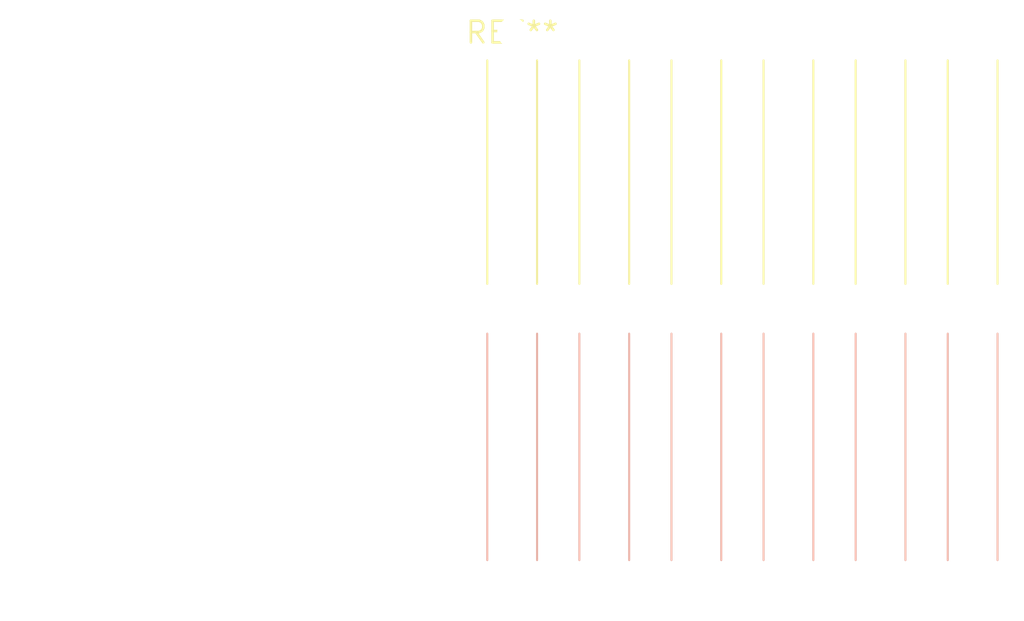
<source format=kicad_pcb>
(kicad_pcb (version 20240108) (generator pcbnew)
  (layers (0 "F.Cu" signal) (31 "B.Cu" signal) (34 "B.Paste" user) (35 "F.Paste" user) (36 "B.SilkS" user "B.Silkscreen") (37 "F.SilkS" user "F.Silkscreen") (38 "B.Mask" user) (39 "F.Mask" user) (44 "Edge.Cuts" user))
  (net 0 "")
  (footprint "SolderWire-1sqmm_1x06_P5.4mm_D1.4mm_OD2.7mm_Relief2x" (layer "F.Cu") (at 0 0)
    (property "Reference" "REF**")
    (property "Value" "SolderWire-1sqmm_1x06_P5.4mm_D1.4mm_OD2.7mm_Relief2x")
    (fp_line (start -1.46 17.66) (end -1.46 30.94) (layer "B.SilkS") (stroke (width 0.12)))
    (fp_line (start 1.46 17.66) (end 1.46 30.94) (layer "B.SilkS") (stroke (width 0.12)))
    (fp_line (start 3.94 17.66) (end 3.94 30.94) (layer "B.SilkS") (stroke (width 0.12)))
    (fp_line (start 6.86 17.66) (end 6.86 30.94) (layer "B.SilkS") (stroke (width 0.12)))
    (fp_line (start 9.34 17.66) (end 9.34 30.94) (layer "B.SilkS") (stroke (width 0.12)))
    (fp_line (start 12.26 17.66) (end 12.26 30.94) (layer "B.SilkS") (stroke (width 0.12)))
    (fp_line (start 14.74 17.66) (end 14.74 30.94) (layer "B.SilkS") (stroke (width 0.12)))
    (fp_line (start 17.66 17.66) (end 17.66 30.94) (layer "B.SilkS") (stroke (width 0.12)))
    (fp_line (start 20.14 17.66) (end 20.14 30.94) (layer "B.SilkS") (stroke (width 0.12)))
    (fp_line (start 23.06 17.66) (end 23.06 30.94) (layer "B.SilkS") (stroke (width 0.12)))
    (fp_line (start 25.54 17.66) (end 25.54 30.94) (layer "B.SilkS") (stroke (width 0.12)))
    (fp_line (start 28.46 17.66) (end 28.46 30.94) (layer "B.SilkS") (stroke (width 0.12)))
    (fp_line (start -1.46 1.635) (end -1.46 14.74) (layer "F.SilkS") (stroke (width 0.12)))
    (fp_line (start 1.46 1.635) (end 1.46 14.74) (layer "F.SilkS") (stroke (width 0.12)))
    (fp_line (start 3.94 1.635) (end 3.94 14.74) (layer "F.SilkS") (stroke (width 0.12)))
    (fp_line (start 6.86 1.635) (end 6.86 14.74) (layer "F.SilkS") (stroke (width 0.12)))
    (fp_line (start 9.34 1.635) (end 9.34 14.74) (layer "F.SilkS") (stroke (width 0.12)))
    (fp_line (start 12.26 1.635) (end 12.26 14.74) (layer "F.SilkS") (stroke (width 0.12)))
    (fp_line (start 14.74 1.635) (end 14.74 14.74) (layer "F.SilkS") (stroke (width 0.12)))
    (fp_line (start 17.66 1.635) (end 17.66 14.74) (layer "F.SilkS") (stroke (width 0.12)))
    (fp_line (start 20.14 1.635) (end 20.14 14.74) (layer "F.SilkS") (stroke (width 0.12)))
    (fp_line (start 23.06 1.635) (end 23.06 14.74) (layer "F.SilkS") (stroke (width 0.12)))
    (fp_line (start 25.54 1.635) (end 25.54 14.74) (layer "F.SilkS") (stroke (width 0.12)))
    (fp_line (start 28.46 1.635) (end 28.46 14.74) (layer "F.SilkS") (stroke (width 0.12)))
    (pad "" np_thru_hole circle (at 0 16.2) (size 3.2 3.2) (drill 3.2) (layers *.Cu *.Mask))
    (pad "" np_thru_hole circle (at 0 32.4) (size 3.2 3.2) (drill 3.2) (layers *.Cu *.Mask))
    (pad "" np_thru_hole circle (at 5.4 16.2) (size 3.2 3.2) (drill 3.2) (layers *.Cu *.Mask))
    (pad "" np_thru_hole circle (at 5.4 32.4) (size 3.2 3.2) (drill 3.2) (layers *.Cu *.Mask))
    (pad "" np_thru_hole circle (at 10.8 16.2) (size 3.2 3.2) (drill 3.2) (layers *.Cu *.Mask))
    (pad "" np_thru_hole circle (at 10.8 32.4) (size 3.2 3.2) (drill 3.2) (layers *.Cu *.Mask))
    (pad "" np_thru_hole circle (at 16.2 16.2) (size 3.2 3.2) (drill 3.2) (layers *.Cu *.Mask))
    (pad "" np_thru_hole circle (at 16.2 32.4) (size 3.2 3.2) (drill 3.2) (layers *.Cu *.Mask))
    (pad "" np_thru_hole circle (at 21.6 16.2) (size 3.2 3.2) (drill 3.2) (layers *.Cu *.Mask))
    (pad "" np_thru_hole circle (at 21.6 32.4) (size 3.2 3.2) (drill 3.2) (layers *.Cu *.Mask))
    (pad "" np_thru_hole circle (at 27 16.2) (size 3.2 3.2) (drill 3.2) (layers *.Cu *.Mask))
    (pad "" np_thru_hole circle (at 27 32.4) (size 3.2 3.2) (drill 3.2) (layers *.Cu *.Mask))
    (pad "1" thru_hole roundrect (at 0 0) (size 2.75 2.75) (drill 1.75) (layers *.Cu *.Mask) (remove_unused_layers) (roundrect_rratio 0.090909))
    (pad "2" thru_hole circle (at 5.4 0) (size 2.75 2.75) (drill 1.75) (layers *.Cu *.Mask) (remove_unused_layers))
    (pad "3" thru_hole circle (at 10.8 0) (size 2.75 2.75) (drill 1.75) (layers *.Cu *.Mask) (remove_unused_layers))
    (pad "4" thru_hole circle (at 16.2 0) (size 2.75 2.75) (drill 1.75) (layers *.Cu *.Mask) (remove_unused_layers))
    (pad "5" thru_hole circle (at 21.6 0) (size 2.75 2.75) (drill 1.75) (layers *.Cu *.Mask) (remove_unused_layers))
    (pad "6" thru_hole circle (at 27 0) (size 2.75 2.75) (drill 1.75) (layers *.Cu *.Mask) (remove_unused_layers))
  )
)
</source>
